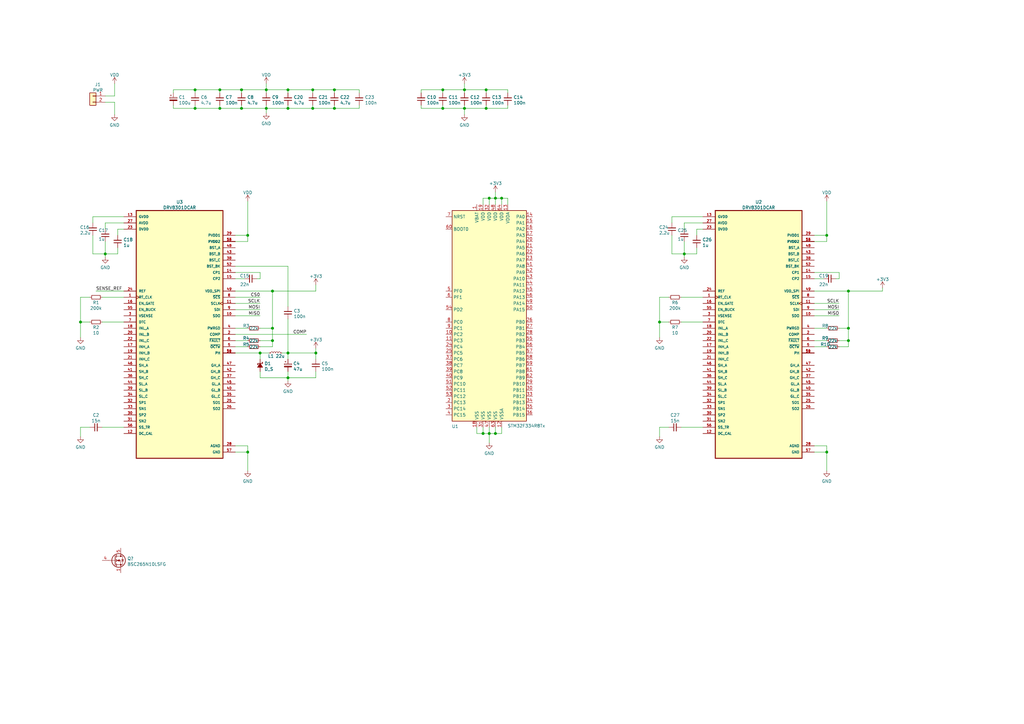
<source format=kicad_sch>
(kicad_sch (version 20210406) (generator eeschema)
  (paper "A3")
  (lib_symbols
    (symbol "Connector_Generic:Conn_01x02" (pin_names (offset 1.016) hide)
      (property "Reference" "J" (at 0 2.54 0))
      (property "Value" "Conn_01x02" (at 0 -5.08 0))
      (symbol "Conn_01x02_1_1"
        (rectangle (start -1.27 -2.413) (end 0 -2.667) (stroke (width 0.1524)))
        (rectangle (start -1.27 0.127) (end 0 -0.127) (stroke (width 0.1524)))
        (rectangle (start -1.27 1.27) (end 1.27 -3.81) (stroke (width 0.254)) (fill (type background)))
        (pin passive line (at -5.08 0 0) (length 3.81) (name "Pin_1") (number "1"))
        (pin passive line (at -5.08 -2.54 0) (length 3.81) (name "Pin_2") (number "2"))
      )
    )
    (symbol "DRV8301DCAR:DRV8301DCAR_1" (pin_names (offset 1.016))
      (property "Reference" "U3" (at 0 54.3094 0))
      (property "Value" "DRV8301DCAR" (at 0 52.0107 0))
      (symbol "DRV8301DCAR_1_0_0"
        (rectangle (start -17.78 -50.8) (end 17.78 50.8) (stroke (width 0.4064)) (fill (type background)))
        (pin input clock (at -22.86 15.24 0) (length 5.08) (name "RT_CLK") (number "1"))
        (pin output line (at 22.86 7.62 180) (length 5.08) (name "SDO") (number "10"))
        (pin input clock (at 22.86 12.7 180) (length 5.08) (name "SCLK") (number "11"))
        (pin input line (at -22.86 -40.64 0) (length 5.08) (name "DC_CAL") (number "12"))
        (pin power_in line (at -22.86 48.26 0) (length 5.08) (name "GVDD") (number "13"))
        (pin power_in line (at 22.86 25.4 180) (length 5.08) (name "CP1") (number "14"))
        (pin power_in line (at 22.86 22.86 180) (length 5.08) (name "CP2") (number "15"))
        (pin input line (at -22.86 12.7 0) (length 5.08) (name "EN_GATE") (number "16"))
        (pin input line (at -22.86 -5.08 0) (length 5.08) (name "INH_A") (number "17"))
        (pin input line (at -22.86 2.54 0) (length 5.08) (name "INL_A") (number "18"))
        (pin input line (at -22.86 -7.62 0) (length 5.08) (name "INH_B") (number "19"))
        (pin output line (at 22.86 0 180) (length 5.08) (name "COMP") (number "2"))
        (pin input line (at -22.86 0 0) (length 5.08) (name "INL_B") (number "20"))
        (pin input line (at -22.86 -10.16 0) (length 5.08) (name "INH_C") (number "21"))
        (pin input line (at -22.86 -2.54 0) (length 5.08) (name "INL_C") (number "22"))
        (pin power_in line (at -22.86 43.18 0) (length 5.08) (name "DVDD") (number "23"))
        (pin input line (at -22.86 17.78 0) (length 5.08) (name "REF") (number "24"))
        (pin output line (at 22.86 -27.94 180) (length 5.08) (name "SO1") (number "25"))
        (pin output line (at 22.86 -30.48 180) (length 5.08) (name "SO2") (number "26"))
        (pin power_in line (at -22.86 45.72 0) (length 5.08) (name "AVDD") (number "27"))
        (pin power_in line (at 22.86 -45.72 180) (length 5.08) (name "AGND") (number "28"))
        (pin power_in line (at 22.86 40.64 180) (length 5.08) (name "PVDD1") (number "29"))
        (pin input line (at -22.86 7.62 0) (length 5.08) (name "VSENSE") (number "3"))
        (pin input line (at -22.86 -33.02 0) (length 5.08) (name "SP2") (number "30"))
        (pin input line (at -22.86 -35.56 0) (length 5.08) (name "SN2") (number "31"))
        (pin input line (at -22.86 -27.94 0) (length 5.08) (name "SP1") (number "32"))
        (pin input line (at -22.86 -30.48 0) (length 5.08) (name "SN1") (number "33"))
        (pin input line (at -22.86 -25.4 0) (length 5.08) (name "SL_C") (number "34"))
        (pin output line (at 22.86 -25.4 180) (length 5.08) (name "GL_C") (number "35"))
        (pin input line (at -22.86 -17.78 0) (length 5.08) (name "SH_C") (number "36"))
        (pin output line (at 22.86 -17.78 180) (length 5.08) (name "GH_C") (number "37"))
        (pin power_in line (at 22.86 30.48 180) (length 5.08) (name "BST_C") (number "38"))
        (pin input line (at -22.86 -22.86 0) (length 5.08) (name "SL_B") (number "39"))
        (pin output line (at 22.86 2.54 180) (length 5.08) (name "PWRGD") (number "4"))
        (pin output line (at 22.86 -22.86 180) (length 5.08) (name "GL_B") (number "40"))
        (pin input line (at -22.86 -15.24 0) (length 5.08) (name "SH_B") (number "41"))
        (pin output line (at 22.86 -15.24 180) (length 5.08) (name "GH_B") (number "42"))
        (pin power_in line (at 22.86 33.02 180) (length 5.08) (name "BST_B") (number "43"))
        (pin input line (at -22.86 -20.32 0) (length 5.08) (name "SL_A") (number "44"))
        (pin output line (at 22.86 -20.32 180) (length 5.08) (name "GL_A") (number "45"))
        (pin input line (at -22.86 -12.7 0) (length 5.08) (name "SH_A") (number "46"))
        (pin output line (at 22.86 -12.7 180) (length 5.08) (name "GH_A") (number "47"))
        (pin power_in line (at 22.86 35.56 180) (length 5.08) (name "BST_A") (number "48"))
        (pin input line (at 22.86 17.78 180) (length 5.08) (name "VDD_SPI") (number "49"))
        (pin output line (at 22.86 -5.08 180) (length 5.08) (name "~OCTW") (number "5"))
        (pin output line (at 22.86 -7.62 180) (length 5.08) (name "PH") (number "50"))
        (pin output line (at 22.86 -7.62 180) (length 5.08) (name "PH") (number "51"))
        (pin power_in line (at 22.86 27.94 180) (length 5.08) (name "BST_BK") (number "52"))
        (pin power_in line (at 22.86 38.1 180) (length 5.08) (name "PVDD2") (number "53"))
        (pin power_in line (at 22.86 38.1 180) (length 5.08) (name "PVDD2") (number "54"))
        (pin input line (at -22.86 10.16 0) (length 5.08) (name "EN_BUCK") (number "55"))
        (pin input line (at -22.86 -38.1 0) (length 5.08) (name "SS_TR") (number "56"))
        (pin power_in line (at 22.86 -48.26 180) (length 5.08) (name "GND") (number "57"))
        (pin output line (at 22.86 -2.54 180) (length 5.08) (name "~FAULT") (number "6"))
        (pin input line (at -22.86 5.08 0) (length 5.08) (name "DTC") (number "7"))
        (pin input line (at 22.86 15.24 180) (length 5.08) (name "~SCS") (number "8"))
        (pin input line (at 22.86 10.16 180) (length 5.08) (name "SDI") (number "9"))
      )
    )
    (symbol "Device:C_Polarized_Small" (pin_numbers hide) (pin_names (offset 0.254) hide)
      (property "Reference" "C" (at 0.254 1.778 0))
      (property "Value" "C_Polarized_Small" (at 0.254 -2.032 0))
      (symbol "C_Polarized_Small_0_1"
        (rectangle (start -1.524 0.6858) (end 1.524 0.3048))
        (rectangle (start -1.524 -0.3048) (end 1.524 -0.6858) (fill (type outline)))
        (polyline (pts (xy -1.27 1.524) (xy -0.762 1.524)))
        (polyline (pts (xy -1.016 1.27) (xy -1.016 1.778)))
      )
      (symbol "C_Polarized_Small_1_1"
        (pin passive line (at 0 2.54 270) (length 1.8542) (name "~") (number "1"))
        (pin passive line (at 0 -2.54 90) (length 1.8542) (name "~") (number "2"))
      )
    )
    (symbol "Device:C_Small" (pin_numbers hide) (pin_names (offset 0.254) hide)
      (property "Reference" "C" (at 0.254 1.778 0))
      (property "Value" "C_Small" (at 0.254 -2.032 0))
      (symbol "C_Small_0_1"
        (polyline (pts (xy -1.524 -0.508) (xy 1.524 -0.508)) (stroke (width 0.3302)))
        (polyline (pts (xy -1.524 0.508) (xy 1.524 0.508)) (stroke (width 0.3048)))
      )
      (symbol "C_Small_1_1"
        (pin passive line (at 0 2.54 270) (length 2.032) (name "~") (number "1"))
        (pin passive line (at 0 -2.54 90) (length 2.032) (name "~") (number "2"))
      )
    )
    (symbol "Device:D_Schottky_Small_Filled" (pin_numbers hide) (pin_names (offset 0.254) hide)
      (property "Reference" "D" (at -1.27 2.032 0))
      (property "Value" "D_Schottky_Small_Filled" (at -7.112 -2.032 0))
      (symbol "D_Schottky_Small_Filled_0_1"
        (polyline (pts (xy -0.762 0) (xy 0.762 0)))
        (polyline (pts (xy -1.27 0.762) (xy -1.27 1.016) (xy -0.762 1.016) (xy -0.762 -1.016) (xy -0.254 -1.016) (xy -0.254 -0.762)) (stroke (width 0.254)))
        (polyline (pts (xy 0.762 -1.016) (xy -0.762 0) (xy 0.762 1.016) (xy 0.762 -1.016)) (stroke (width 0.254)) (fill (type outline)))
      )
      (symbol "D_Schottky_Small_Filled_1_1"
        (pin passive line (at -2.54 0 0) (length 1.778) (name "K") (number "1"))
        (pin passive line (at 2.54 0 180) (length 1.778) (name "A") (number "2"))
      )
    )
    (symbol "Device:L_Small" (pin_numbers hide) (pin_names (offset 0.254) hide)
      (property "Reference" "L" (at 0.762 1.016 0))
      (property "Value" "L_Small" (at 0.762 -1.016 0))
      (symbol "L_Small_0_1"
        (arc (start 0 -2.032) (end 0 -1.016) (radius (at 0 -1.524) (length 0.508) (angles -89.9 89.9)))
        (arc (start 0 -1.016) (end 0 0) (radius (at 0 -0.508) (length 0.508) (angles -89.9 89.9)))
        (arc (start 0 0) (end 0 1.016) (radius (at 0 0.508) (length 0.508) (angles -89.9 89.9)))
        (arc (start 0 1.016) (end 0 2.032) (radius (at 0 1.524) (length 0.508) (angles -89.9 89.9)))
      )
      (symbol "L_Small_1_1"
        (pin passive line (at 0 2.54 270) (length 0.508) (name "~") (number "1"))
        (pin passive line (at 0 -2.54 90) (length 0.508) (name "~") (number "2"))
      )
    )
    (symbol "Device:R_Small" (pin_numbers hide) (pin_names (offset 0.254) hide)
      (property "Reference" "R" (at 0.762 0.508 0))
      (property "Value" "R_Small" (at 0.762 -1.016 0))
      (symbol "R_Small_0_1"
        (rectangle (start -0.762 1.778) (end 0.762 -1.778) (stroke (width 0.2032)))
      )
      (symbol "R_Small_1_1"
        (pin passive line (at 0 2.54 270) (length 0.762) (name "~") (number "1"))
        (pin passive line (at 0 -2.54 90) (length 0.762) (name "~") (number "2"))
      )
    )
    (symbol "MCU_ST_STM32F3:STM32F334R8Tx"
      (property "Reference" "U" (at -15.24 44.45 0))
      (property "Value" "STM32F334R8Tx" (at 10.16 44.45 0))
      (symbol "STM32F334R8Tx_0_1"
        (rectangle (start -15.24 -43.18) (end 15.24 43.18) (stroke (width 0.254)) (fill (type background)))
      )
      (symbol "STM32F334R8Tx_1_1"
        (pin power_in line (at -5.08 45.72 270) (length 2.54) (name "VBAT") (number "1"))
        (pin bidirectional line (at -17.78 -7.62 0) (length 2.54) (name "PC2") (number "10"))
        (pin bidirectional line (at -17.78 -10.16 0) (length 2.54) (name "PC3") (number "11"))
        (pin power_in line (at 5.08 -45.72 90) (length 2.54) (name "VSSA") (number "12"))
        (pin power_in line (at 7.62 45.72 270) (length 2.54) (name "VDDA") (number "13"))
        (pin bidirectional line (at 17.78 40.64 180) (length 2.54) (name "PA0") (number "14"))
        (pin bidirectional line (at 17.78 38.1 180) (length 2.54) (name "PA1") (number "15"))
        (pin bidirectional line (at 17.78 35.56 180) (length 2.54) (name "PA2") (number "16"))
        (pin bidirectional line (at 17.78 33.02 180) (length 2.54) (name "PA3") (number "17"))
        (pin power_in line (at -5.08 -45.72 90) (length 2.54) (name "VSS") (number "18"))
        (pin power_in line (at -2.54 45.72 270) (length 2.54) (name "VDD") (number "19"))
        (pin bidirectional line (at -17.78 -35.56 0) (length 2.54) (name "PC13") (number "2"))
        (pin bidirectional line (at 17.78 30.48 180) (length 2.54) (name "PA4") (number "20"))
        (pin bidirectional line (at 17.78 27.94 180) (length 2.54) (name "PA5") (number "21"))
        (pin bidirectional line (at 17.78 25.4 180) (length 2.54) (name "PA6") (number "22"))
        (pin bidirectional line (at 17.78 22.86 180) (length 2.54) (name "PA7") (number "23"))
        (pin bidirectional line (at -17.78 -12.7 0) (length 2.54) (name "PC4") (number "24"))
        (pin bidirectional line (at -17.78 -15.24 0) (length 2.54) (name "PC5") (number "25"))
        (pin bidirectional line (at 17.78 -2.54 180) (length 2.54) (name "PB0") (number "26"))
        (pin bidirectional line (at 17.78 -5.08 180) (length 2.54) (name "PB1") (number "27"))
        (pin bidirectional line (at 17.78 -7.62 180) (length 2.54) (name "PB2") (number "28"))
        (pin bidirectional line (at 17.78 -27.94 180) (length 2.54) (name "PB10") (number "29"))
        (pin bidirectional line (at -17.78 -38.1 0) (length 2.54) (name "PC14") (number "3"))
        (pin bidirectional line (at 17.78 -30.48 180) (length 2.54) (name "PB11") (number "30"))
        (pin power_in line (at -2.54 -45.72 90) (length 2.54) (name "VSS") (number "31"))
        (pin power_in line (at 0 45.72 270) (length 2.54) (name "VDD") (number "32"))
        (pin bidirectional line (at 17.78 -33.02 180) (length 2.54) (name "PB12") (number "33"))
        (pin bidirectional line (at 17.78 -35.56 180) (length 2.54) (name "PB13") (number "34"))
        (pin bidirectional line (at 17.78 -38.1 180) (length 2.54) (name "PB14") (number "35"))
        (pin bidirectional line (at 17.78 -40.64 180) (length 2.54) (name "PB15") (number "36"))
        (pin bidirectional line (at -17.78 -17.78 0) (length 2.54) (name "PC6") (number "37"))
        (pin bidirectional line (at -17.78 -20.32 0) (length 2.54) (name "PC7") (number "38"))
        (pin bidirectional line (at -17.78 -22.86 0) (length 2.54) (name "PC8") (number "39"))
        (pin bidirectional line (at -17.78 -40.64 0) (length 2.54) (name "PC15") (number "4"))
        (pin bidirectional line (at -17.78 -25.4 0) (length 2.54) (name "PC9") (number "40"))
        (pin bidirectional line (at 17.78 20.32 180) (length 2.54) (name "PA8") (number "41"))
        (pin bidirectional line (at 17.78 17.78 180) (length 2.54) (name "PA9") (number "42"))
        (pin bidirectional line (at 17.78 15.24 180) (length 2.54) (name "PA10") (number "43"))
        (pin bidirectional line (at 17.78 12.7 180) (length 2.54) (name "PA11") (number "44"))
        (pin bidirectional line (at 17.78 10.16 180) (length 2.54) (name "PA12") (number "45"))
        (pin bidirectional line (at 17.78 7.62 180) (length 2.54) (name "PA13") (number "46"))
        (pin power_in line (at 0 -45.72 90) (length 2.54) (name "VSS") (number "47"))
        (pin power_in line (at 2.54 45.72 270) (length 2.54) (name "VDD") (number "48"))
        (pin bidirectional line (at 17.78 5.08 180) (length 2.54) (name "PA14") (number "49"))
        (pin input line (at -17.78 10.16 0) (length 2.54) (name "PF0") (number "5"))
        (pin bidirectional line (at 17.78 2.54 180) (length 2.54) (name "PA15") (number "50"))
        (pin bidirectional line (at -17.78 -27.94 0) (length 2.54) (name "PC10") (number "51"))
        (pin bidirectional line (at -17.78 -30.48 0) (length 2.54) (name "PC11") (number "52"))
        (pin bidirectional line (at -17.78 -33.02 0) (length 2.54) (name "PC12") (number "53"))
        (pin bidirectional line (at -17.78 2.54 0) (length 2.54) (name "PD2") (number "54"))
        (pin bidirectional line (at 17.78 -10.16 180) (length 2.54) (name "PB3") (number "55"))
        (pin bidirectional line (at 17.78 -12.7 180) (length 2.54) (name "PB4") (number "56"))
        (pin bidirectional line (at 17.78 -15.24 180) (length 2.54) (name "PB5") (number "57"))
        (pin bidirectional line (at 17.78 -17.78 180) (length 2.54) (name "PB6") (number "58"))
        (pin bidirectional line (at 17.78 -20.32 180) (length 2.54) (name "PB7") (number "59"))
        (pin input line (at -17.78 7.62 0) (length 2.54) (name "PF1") (number "6"))
        (pin input line (at -17.78 35.56 0) (length 2.54) (name "BOOT0") (number "60"))
        (pin bidirectional line (at 17.78 -22.86 180) (length 2.54) (name "PB8") (number "61"))
        (pin bidirectional line (at 17.78 -25.4 180) (length 2.54) (name "PB9") (number "62"))
        (pin power_in line (at 2.54 -45.72 90) (length 2.54) (name "VSS") (number "63"))
        (pin power_in line (at 5.08 45.72 270) (length 2.54) (name "VDD") (number "64"))
        (pin input line (at -17.78 40.64 0) (length 2.54) (name "NRST") (number "7"))
        (pin bidirectional line (at -17.78 -2.54 0) (length 2.54) (name "PC0") (number "8"))
        (pin bidirectional line (at -17.78 -5.08 0) (length 2.54) (name "PC1") (number "9"))
      )
    )
    (symbol "Transistor_FET:BSC265N10LSFG" (pin_names hide)
      (property "Reference" "Q" (at 5.08 1.905 0))
      (property "Value" "BSC265N10LSFG" (at 5.08 0 0))
      (symbol "BSC265N10LSFG_0_1"
        (circle (center 1.651 0) (radius 2.794) (stroke (width 0.254)))
        (circle (center 2.54 -1.778) (radius 0.254) (fill (type outline)))
        (circle (center 2.54 1.778) (radius 0.254) (fill (type outline)))
        (polyline (pts (xy 0.254 0) (xy -2.54 0)))
        (polyline (pts (xy 0.254 1.905) (xy 0.254 -1.905)) (stroke (width 0.254)))
        (polyline (pts (xy 0.762 -1.27) (xy 0.762 -2.286)) (stroke (width 0.254)))
        (polyline (pts (xy 0.762 0.508) (xy 0.762 -0.508)) (stroke (width 0.254)))
        (polyline (pts (xy 0.762 2.286) (xy 0.762 1.27)) (stroke (width 0.254)))
        (polyline (pts (xy 2.54 2.54) (xy 2.54 1.778)))
        (polyline (pts (xy 2.54 -2.54) (xy 2.54 0) (xy 0.762 0)))
        (polyline (pts (xy 0.762 -1.778) (xy 3.302 -1.778) (xy 3.302 1.778) (xy 0.762 1.778)))
        (polyline (pts (xy 2.794 0.508) (xy 2.921 0.381) (xy 3.683 0.381) (xy 3.81 0.254)))
        (polyline (pts (xy 3.302 0.381) (xy 2.921 -0.254) (xy 3.683 -0.254) (xy 3.302 0.381)))
        (polyline (pts (xy 1.016 0) (xy 2.032 0.381) (xy 2.032 -0.381) (xy 1.016 0)) (fill (type outline)))
      )
      (symbol "BSC265N10LSFG_1_1"
        (pin passive line (at 2.54 -5.08 90) (length 2.54) (name "S") (number "1"))
        (pin passive line (at 2.54 -5.08 90) (length 2.54) hide (name "S") (number "2"))
        (pin passive line (at 2.54 -5.08 90) (length 2.54) hide (name "S") (number "3"))
        (pin passive line (at -5.08 0 0) (length 2.54) (name "G") (number "4"))
        (pin passive line (at 2.54 5.08 270) (length 2.54) (name "D") (number "5"))
      )
    )
    (symbol "power:+3.3V" (power) (pin_names (offset 0))
      (property "Value" "+3.3V" (at 0 3.556 0))
      (symbol "+3.3V_0_1"
        (polyline (pts (xy -0.762 1.27) (xy 0 2.54)))
        (polyline (pts (xy 0 0) (xy 0 2.54)))
        (polyline (pts (xy 0 2.54) (xy 0.762 1.27)))
      )
      (symbol "+3.3V_1_1"
        (pin power_in line (at 0 0 90) (length 0) hide (name "+3V3") (number "1"))
      )
    )
    (symbol "power:GND" (power) (pin_names (offset 0))
      (property "Value" "GND" (at 0 -3.81 0))
      (symbol "GND_0_1"
        (polyline (pts (xy 0 0) (xy 0 -1.27) (xy 1.27 -1.27) (xy 0 -2.54) (xy -1.27 -1.27) (xy 0 -1.27)))
      )
      (symbol "GND_1_1"
        (pin power_in line (at 0 0 270) (length 0) hide (name "GND") (number "1"))
      )
    )
    (symbol "power:VDD" (power) (pin_names (offset 0))
      (property "Value" "VDD" (at 0 3.81 0))
      (symbol "VDD_0_1"
        (polyline (pts (xy -0.762 1.27) (xy 0 2.54)))
        (polyline (pts (xy 0 0) (xy 0 2.54)))
        (polyline (pts (xy 0 2.54) (xy 0.762 1.27)))
      )
      (symbol "VDD_1_1"
        (pin power_in line (at 0 0 90) (length 0) hide (name "VDD") (number "1"))
      )
    )
  )
  (junction (at 33.02 132.08) (diameter 1.016))
  (junction (at 43.18 104.14) (diameter 1.016))
  (junction (at 80.01 36.83) (diameter 1.016))
  (junction (at 80.01 44.45) (diameter 1.016))
  (junction (at 90.17 36.83) (diameter 1.016))
  (junction (at 90.17 44.45) (diameter 1.016))
  (junction (at 99.06 36.83) (diameter 1.016))
  (junction (at 99.06 44.45) (diameter 1.016))
  (junction (at 101.6 96.52) (diameter 1.016))
  (junction (at 101.6 185.42) (diameter 1.016))
  (junction (at 106.68 144.78) (diameter 1.016))
  (junction (at 109.22 36.83) (diameter 1.016))
  (junction (at 109.22 44.45) (diameter 1.016))
  (junction (at 111.76 119.38) (diameter 1.016))
  (junction (at 111.76 134.62) (diameter 1.016))
  (junction (at 111.76 139.7) (diameter 1.016))
  (junction (at 118.11 36.83) (diameter 1.016))
  (junction (at 118.11 44.45) (diameter 1.016))
  (junction (at 118.11 144.78) (diameter 1.016))
  (junction (at 118.11 154.94) (diameter 1.016))
  (junction (at 128.27 36.83) (diameter 1.016))
  (junction (at 128.27 44.45) (diameter 1.016))
  (junction (at 129.54 144.78) (diameter 1.016))
  (junction (at 137.16 36.83) (diameter 1.016))
  (junction (at 137.16 44.45) (diameter 1.016))
  (junction (at 181.61 36.83) (diameter 1.016))
  (junction (at 181.61 44.45) (diameter 1.016))
  (junction (at 190.5 36.83) (diameter 1.016))
  (junction (at 190.5 44.45) (diameter 1.016))
  (junction (at 198.12 177.8) (diameter 1.016))
  (junction (at 199.39 36.83) (diameter 1.016))
  (junction (at 199.39 44.45) (diameter 1.016))
  (junction (at 200.66 81.28) (diameter 1.016))
  (junction (at 200.66 177.8) (diameter 1.016))
  (junction (at 203.2 81.28) (diameter 1.016))
  (junction (at 203.2 177.8) (diameter 1.016))
  (junction (at 205.74 81.28) (diameter 1.016))
  (junction (at 270.51 132.08) (diameter 1.016))
  (junction (at 280.67 104.14) (diameter 1.016))
  (junction (at 339.09 96.52) (diameter 1.016))
  (junction (at 339.09 185.42) (diameter 1.016))
  (junction (at 347.98 119.38) (diameter 1.016))
  (junction (at 347.98 134.62) (diameter 1.016))
  (junction (at 347.98 139.7) (diameter 1.016))
  (wire (pts (xy 33.02 121.92) (xy 33.02 132.08)))
  (wire (pts (xy 33.02 132.08) (xy 33.02 138.43)))
  (wire (pts (xy 33.02 132.08) (xy 36.83 132.08)))
  (wire (pts (xy 33.02 175.26) (xy 33.02 179.07)))
  (wire (pts (xy 36.83 121.92) (xy 33.02 121.92)))
  (wire (pts (xy 36.83 175.26) (xy 33.02 175.26)))
  (wire (pts (xy 38.1 88.9) (xy 50.8 88.9)))
  (wire (pts (xy 38.1 91.44) (xy 38.1 88.9)))
  (wire (pts (xy 38.1 96.52) (xy 38.1 104.14)))
  (wire (pts (xy 38.1 104.14) (xy 43.18 104.14)))
  (wire (pts (xy 39.37 119.38) (xy 50.8 119.38)))
  (wire (pts (xy 41.91 121.92) (xy 50.8 121.92)))
  (wire (pts (xy 41.91 132.08) (xy 50.8 132.08)))
  (wire (pts (xy 41.91 175.26) (xy 50.8 175.26)))
  (wire (pts (xy 43.18 39.37) (xy 46.99 39.37)))
  (wire (pts (xy 43.18 41.91) (xy 46.99 41.91)))
  (wire (pts (xy 43.18 91.44) (xy 50.8 91.44)))
  (wire (pts (xy 43.18 93.98) (xy 43.18 91.44)))
  (wire (pts (xy 43.18 99.06) (xy 43.18 104.14)))
  (wire (pts (xy 43.18 104.14) (xy 43.18 105.41)))
  (wire (pts (xy 46.99 34.29) (xy 46.99 39.37)))
  (wire (pts (xy 46.99 41.91) (xy 46.99 46.99)))
  (wire (pts (xy 48.26 93.98) (xy 50.8 93.98)))
  (wire (pts (xy 48.26 96.52) (xy 48.26 93.98)))
  (wire (pts (xy 48.26 101.6) (xy 48.26 104.14)))
  (wire (pts (xy 48.26 104.14) (xy 43.18 104.14)))
  (wire (pts (xy 71.12 36.83) (xy 80.01 36.83)))
  (wire (pts (xy 71.12 38.1) (xy 71.12 36.83)))
  (wire (pts (xy 71.12 43.18) (xy 71.12 44.45)))
  (wire (pts (xy 71.12 44.45) (xy 80.01 44.45)))
  (wire (pts (xy 80.01 36.83) (xy 80.01 38.1)))
  (wire (pts (xy 80.01 36.83) (xy 90.17 36.83)))
  (wire (pts (xy 80.01 43.18) (xy 80.01 44.45)))
  (wire (pts (xy 80.01 44.45) (xy 90.17 44.45)))
  (wire (pts (xy 90.17 36.83) (xy 90.17 38.1)))
  (wire (pts (xy 90.17 36.83) (xy 99.06 36.83)))
  (wire (pts (xy 90.17 43.18) (xy 90.17 44.45)))
  (wire (pts (xy 90.17 44.45) (xy 99.06 44.45)))
  (wire (pts (xy 96.52 96.52) (xy 101.6 96.52)))
  (wire (pts (xy 96.52 99.06) (xy 101.6 99.06)))
  (wire (pts (xy 96.52 111.76) (xy 106.68 111.76)))
  (wire (pts (xy 96.52 114.3) (xy 100.33 114.3)))
  (wire (pts (xy 96.52 119.38) (xy 111.76 119.38)))
  (wire (pts (xy 96.52 121.92) (xy 106.68 121.92)))
  (wire (pts (xy 96.52 124.46) (xy 106.68 124.46)))
  (wire (pts (xy 96.52 127) (xy 106.68 127)))
  (wire (pts (xy 96.52 129.54) (xy 106.68 129.54)))
  (wire (pts (xy 96.52 134.62) (xy 101.6 134.62)))
  (wire (pts (xy 96.52 137.16) (xy 125.73 137.16)))
  (wire (pts (xy 96.52 139.7) (xy 101.6 139.7)))
  (wire (pts (xy 96.52 142.24) (xy 101.6 142.24)))
  (wire (pts (xy 96.52 144.78) (xy 106.68 144.78)))
  (wire (pts (xy 96.52 182.88) (xy 101.6 182.88)))
  (wire (pts (xy 96.52 185.42) (xy 101.6 185.42)))
  (wire (pts (xy 99.06 36.83) (xy 99.06 38.1)))
  (wire (pts (xy 99.06 36.83) (xy 109.22 36.83)))
  (wire (pts (xy 99.06 43.18) (xy 99.06 44.45)))
  (wire (pts (xy 99.06 44.45) (xy 109.22 44.45)))
  (wire (pts (xy 101.6 96.52) (xy 101.6 82.55)))
  (wire (pts (xy 101.6 99.06) (xy 101.6 96.52)))
  (wire (pts (xy 101.6 182.88) (xy 101.6 185.42)))
  (wire (pts (xy 101.6 185.42) (xy 101.6 193.04)))
  (wire (pts (xy 106.68 111.76) (xy 106.68 114.3)))
  (wire (pts (xy 106.68 114.3) (xy 105.41 114.3)))
  (wire (pts (xy 106.68 139.7) (xy 111.76 139.7)))
  (wire (pts (xy 106.68 142.24) (xy 111.76 142.24)))
  (wire (pts (xy 106.68 144.78) (xy 106.68 147.32)))
  (wire (pts (xy 106.68 144.78) (xy 110.49 144.78)))
  (wire (pts (xy 106.68 152.4) (xy 106.68 154.94)))
  (wire (pts (xy 106.68 154.94) (xy 118.11 154.94)))
  (wire (pts (xy 109.22 34.29) (xy 109.22 36.83)))
  (wire (pts (xy 109.22 36.83) (xy 109.22 38.1)))
  (wire (pts (xy 109.22 36.83) (xy 118.11 36.83)))
  (wire (pts (xy 109.22 44.45) (xy 109.22 43.18)))
  (wire (pts (xy 109.22 44.45) (xy 109.22 46.355)))
  (wire (pts (xy 109.22 44.45) (xy 118.11 44.45)))
  (wire (pts (xy 111.76 119.38) (xy 111.76 134.62)))
  (wire (pts (xy 111.76 119.38) (xy 129.54 119.38)))
  (wire (pts (xy 111.76 134.62) (xy 106.68 134.62)))
  (wire (pts (xy 111.76 134.62) (xy 111.76 139.7)))
  (wire (pts (xy 111.76 142.24) (xy 111.76 139.7)))
  (wire (pts (xy 115.57 144.78) (xy 118.11 144.78)))
  (wire (pts (xy 118.11 36.83) (xy 118.11 38.1)))
  (wire (pts (xy 118.11 36.83) (xy 128.27 36.83)))
  (wire (pts (xy 118.11 43.18) (xy 118.11 44.45)))
  (wire (pts (xy 118.11 44.45) (xy 128.27 44.45)))
  (wire (pts (xy 118.11 109.22) (xy 96.52 109.22)))
  (wire (pts (xy 118.11 125.73) (xy 118.11 109.22)))
  (wire (pts (xy 118.11 130.81) (xy 118.11 144.78)))
  (wire (pts (xy 118.11 144.78) (xy 118.11 147.32)))
  (wire (pts (xy 118.11 144.78) (xy 129.54 144.78)))
  (wire (pts (xy 118.11 152.4) (xy 118.11 154.94)))
  (wire (pts (xy 118.11 154.94) (xy 118.11 156.21)))
  (wire (pts (xy 118.11 154.94) (xy 129.54 154.94)))
  (wire (pts (xy 128.27 36.83) (xy 128.27 38.1)))
  (wire (pts (xy 128.27 36.83) (xy 137.16 36.83)))
  (wire (pts (xy 128.27 43.18) (xy 128.27 44.45)))
  (wire (pts (xy 128.27 44.45) (xy 137.16 44.45)))
  (wire (pts (xy 129.54 119.38) (xy 129.54 116.84)))
  (wire (pts (xy 129.54 142.875) (xy 129.54 144.78)))
  (wire (pts (xy 129.54 144.78) (xy 129.54 147.32)))
  (wire (pts (xy 129.54 154.94) (xy 129.54 152.4)))
  (wire (pts (xy 137.16 36.83) (xy 137.16 38.1)))
  (wire (pts (xy 137.16 36.83) (xy 147.32 36.83)))
  (wire (pts (xy 137.16 43.18) (xy 137.16 44.45)))
  (wire (pts (xy 137.16 44.45) (xy 147.32 44.45)))
  (wire (pts (xy 147.32 38.1) (xy 147.32 36.83)))
  (wire (pts (xy 147.32 43.18) (xy 147.32 44.45)))
  (wire (pts (xy 172.72 36.83) (xy 181.61 36.83)))
  (wire (pts (xy 172.72 38.1) (xy 172.72 36.83)))
  (wire (pts (xy 172.72 43.18) (xy 172.72 44.45)))
  (wire (pts (xy 172.72 44.45) (xy 181.61 44.45)))
  (wire (pts (xy 181.61 36.83) (xy 181.61 38.1)))
  (wire (pts (xy 181.61 36.83) (xy 190.5 36.83)))
  (wire (pts (xy 181.61 43.18) (xy 181.61 44.45)))
  (wire (pts (xy 181.61 44.45) (xy 190.5 44.45)))
  (wire (pts (xy 190.5 34.29) (xy 190.5 36.83)))
  (wire (pts (xy 190.5 36.83) (xy 190.5 38.1)))
  (wire (pts (xy 190.5 36.83) (xy 199.39 36.83)))
  (wire (pts (xy 190.5 43.18) (xy 190.5 44.45)))
  (wire (pts (xy 190.5 44.45) (xy 190.5 46.99)))
  (wire (pts (xy 190.5 44.45) (xy 199.39 44.45)))
  (wire (pts (xy 195.58 175.26) (xy 195.58 177.8)))
  (wire (pts (xy 195.58 177.8) (xy 198.12 177.8)))
  (wire (pts (xy 198.12 81.28) (xy 200.66 81.28)))
  (wire (pts (xy 198.12 83.82) (xy 198.12 81.28)))
  (wire (pts (xy 198.12 175.26) (xy 198.12 177.8)))
  (wire (pts (xy 198.12 177.8) (xy 200.66 177.8)))
  (wire (pts (xy 199.39 36.83) (xy 199.39 38.1)))
  (wire (pts (xy 199.39 36.83) (xy 208.28 36.83)))
  (wire (pts (xy 199.39 43.18) (xy 199.39 44.45)))
  (wire (pts (xy 199.39 44.45) (xy 208.28 44.45)))
  (wire (pts (xy 200.66 81.28) (xy 203.2 81.28)))
  (wire (pts (xy 200.66 83.82) (xy 200.66 81.28)))
  (wire (pts (xy 200.66 175.26) (xy 200.66 177.8)))
  (wire (pts (xy 200.66 177.8) (xy 200.66 181.61)))
  (wire (pts (xy 203.2 78.74) (xy 203.2 81.28)))
  (wire (pts (xy 203.2 81.28) (xy 203.2 83.82)))
  (wire (pts (xy 203.2 175.26) (xy 203.2 177.8)))
  (wire (pts (xy 203.2 177.8) (xy 200.66 177.8)))
  (wire (pts (xy 205.74 81.28) (xy 203.2 81.28)))
  (wire (pts (xy 205.74 81.28) (xy 205.74 83.82)))
  (wire (pts (xy 205.74 175.26) (xy 205.74 177.8)))
  (wire (pts (xy 205.74 177.8) (xy 203.2 177.8)))
  (wire (pts (xy 208.28 36.83) (xy 208.28 38.1)))
  (wire (pts (xy 208.28 44.45) (xy 208.28 43.18)))
  (wire (pts (xy 208.28 81.28) (xy 205.74 81.28)))
  (wire (pts (xy 208.28 83.82) (xy 208.28 81.28)))
  (wire (pts (xy 270.51 121.92) (xy 270.51 132.08)))
  (wire (pts (xy 270.51 132.08) (xy 270.51 138.43)))
  (wire (pts (xy 270.51 132.08) (xy 274.32 132.08)))
  (wire (pts (xy 270.51 175.26) (xy 270.51 179.07)))
  (wire (pts (xy 274.32 121.92) (xy 270.51 121.92)))
  (wire (pts (xy 274.32 175.26) (xy 270.51 175.26)))
  (wire (pts (xy 275.59 88.9) (xy 288.29 88.9)))
  (wire (pts (xy 275.59 91.44) (xy 275.59 88.9)))
  (wire (pts (xy 275.59 96.52) (xy 275.59 104.14)))
  (wire (pts (xy 275.59 104.14) (xy 280.67 104.14)))
  (wire (pts (xy 279.4 121.92) (xy 288.29 121.92)))
  (wire (pts (xy 279.4 132.08) (xy 288.29 132.08)))
  (wire (pts (xy 279.4 175.26) (xy 288.29 175.26)))
  (wire (pts (xy 280.67 91.44) (xy 288.29 91.44)))
  (wire (pts (xy 280.67 93.98) (xy 280.67 91.44)))
  (wire (pts (xy 280.67 99.06) (xy 280.67 104.14)))
  (wire (pts (xy 280.67 104.14) (xy 280.67 105.41)))
  (wire (pts (xy 285.75 93.98) (xy 288.29 93.98)))
  (wire (pts (xy 285.75 96.52) (xy 285.75 93.98)))
  (wire (pts (xy 285.75 101.6) (xy 285.75 104.14)))
  (wire (pts (xy 285.75 104.14) (xy 280.67 104.14)))
  (wire (pts (xy 334.01 96.52) (xy 339.09 96.52)))
  (wire (pts (xy 334.01 99.06) (xy 339.09 99.06)))
  (wire (pts (xy 334.01 114.3) (xy 337.82 114.3)))
  (wire (pts (xy 334.01 119.38) (xy 347.98 119.38)))
  (wire (pts (xy 334.01 124.46) (xy 344.17 124.46)))
  (wire (pts (xy 334.01 127) (xy 344.17 127)))
  (wire (pts (xy 334.01 129.54) (xy 344.17 129.54)))
  (wire (pts (xy 334.01 134.62) (xy 339.09 134.62)))
  (wire (pts (xy 334.01 139.7) (xy 339.09 139.7)))
  (wire (pts (xy 334.01 142.24) (xy 339.09 142.24)))
  (wire (pts (xy 334.01 182.88) (xy 339.09 182.88)))
  (wire (pts (xy 334.01 185.42) (xy 339.09 185.42)))
  (wire (pts (xy 339.09 96.52) (xy 339.09 82.55)))
  (wire (pts (xy 339.09 99.06) (xy 339.09 96.52)))
  (wire (pts (xy 339.09 182.88) (xy 339.09 185.42)))
  (wire (pts (xy 339.09 185.42) (xy 339.09 193.04)))
  (wire (pts (xy 342.9 114.3) (xy 344.17 114.3)))
  (wire (pts (xy 344.17 111.76) (xy 334.01 111.76)))
  (wire (pts (xy 344.17 114.3) (xy 344.17 111.76)))
  (wire (pts (xy 344.17 134.62) (xy 347.98 134.62)))
  (wire (pts (xy 344.17 139.7) (xy 347.98 139.7)))
  (wire (pts (xy 344.17 142.24) (xy 347.98 142.24)))
  (wire (pts (xy 347.98 119.38) (xy 347.98 134.62)))
  (wire (pts (xy 347.98 119.38) (xy 361.95 119.38)))
  (wire (pts (xy 347.98 139.7) (xy 347.98 134.62)))
  (wire (pts (xy 347.98 142.24) (xy 347.98 139.7)))
  (wire (pts (xy 361.95 119.38) (xy 361.95 118.11)))
  (label "SENSE_REF" (at 39.37 119.38 0))
  (label "CS0" (at 106.68 121.92 180))
  (label "SCLK" (at 106.68 124.46 180))
  (label "MOSI" (at 106.68 127 180))
  (label "MISO" (at 106.68 129.54 180))
  (label "COMP" (at 125.73 137.16 180))
  (label "SCLK" (at 344.17 124.46 180))
  (label "MOSI" (at 344.17 127 180))
  (label "MISO" (at 344.17 129.54 180))
  (symbol (lib_id "power:VDD") (at 46.99 34.29 0) (unit 1)
    (property "Reference" "#PWR0102" (effects hide))
    (property "Value" "VDD" (at 46.99 30.7426 0))
  )
  (symbol (lib_id "power:VDD") (at 101.6 82.55 0) (unit 1)
    (property "Reference" "#PWR0104" (effects hide))
    (property "Value" "VDD" (at 101.6 79.0026 0))
  )
  (symbol (lib_id "power:VDD") (at 109.22 34.29 0) (unit 1)
    (property "Reference" "#PWR0109" (effects hide))
    (property "Value" "VDD" (at 109.22 30.7426 0))
  )
  (symbol (lib_id "power:+3.3V") (at 129.54 116.84 0) (unit 1)
    (property "Reference" "#PWR0114" (effects hide))
    (property "Value" "+3.3V" (at 129.54 113.2926 0))
  )
  (symbol (lib_id "power:+3.3V") (at 129.54 142.875 0) (unit 1)
    (property "Reference" "#PWR0110" (effects hide))
    (property "Value" "+3.3V" (at 129.54 139.3276 0))
  )
  (symbol (lib_id "power:+3.3V") (at 190.5 34.29 0) (unit 1)
    (property "Reference" "#PWR0113" (effects hide))
    (property "Value" "+3.3V" (at 190.5 30.7426 0))
  )
  (symbol (lib_id "power:+3.3V") (at 203.2 78.74 0) (unit 1)
    (property "Reference" "#PWR0111" (effects hide))
    (property "Value" "+3.3V" (at 203.2 75.1926 0))
  )
  (symbol (lib_id "power:VDD") (at 339.09 82.55 0) (unit 1)
    (property "Reference" "#PWR0118" (effects hide))
    (property "Value" "VDD" (at 339.09 79.0026 0))
  )
  (symbol (lib_id "power:+3.3V") (at 361.95 118.11 0) (unit 1)
    (property "Reference" "#PWR0122" (effects hide))
    (property "Value" "+3.3V" (at 361.95 114.5626 0))
  )
  (symbol (lib_id "Device:L_Small") (at 113.03 144.78 90) (unit 1)
    (property "Reference" "L1" (at 111.125 146.05 90))
    (property "Value" "22u" (at 114.935 146.05 90))
    (property "Footprint" "Inductor_SMD:L_Sumida_CDMC6D28_7.25x6.5mm" (effects hide))
  )
  (symbol (lib_id "power:GND") (at 33.02 138.43 0) (unit 1)
    (property "Reference" "#PWR0115" (effects hide))
    (property "Value" "GND" (at 33.02 142.7544 0))
  )
  (symbol (lib_id "power:GND") (at 33.02 179.07 0) (unit 1)
    (property "Reference" "#PWR0105" (effects hide))
    (property "Value" "GND" (at 33.02 183.3944 0))
  )
  (symbol (lib_id "power:GND") (at 43.18 105.41 0) (unit 1)
    (property "Reference" "#PWR0116" (effects hide))
    (property "Value" "GND" (at 43.18 109.7344 0))
  )
  (symbol (lib_id "power:GND") (at 46.99 46.99 0) (unit 1)
    (property "Reference" "#PWR0103" (effects hide))
    (property "Value" "GND" (at 46.99 51.3144 0))
  )
  (symbol (lib_id "power:GND") (at 101.6 193.04 0) (unit 1)
    (property "Reference" "#PWR0101" (effects hide))
    (property "Value" "GND" (at 101.6 197.3644 0))
  )
  (symbol (lib_id "power:GND") (at 109.22 46.355 0) (unit 1)
    (property "Reference" "#PWR0108" (effects hide))
    (property "Value" "GND" (at 109.22 50.6794 0))
  )
  (symbol (lib_id "power:GND") (at 118.11 156.21 0) (unit 1)
    (property "Reference" "#PWR0107" (effects hide))
    (property "Value" "GND" (at 118.11 160.5344 0))
  )
  (symbol (lib_id "power:GND") (at 190.5 46.99 0) (unit 1)
    (property "Reference" "#PWR0112" (effects hide))
    (property "Value" "GND" (at 190.5 51.3144 0))
  )
  (symbol (lib_id "power:GND") (at 200.66 181.61 0) (unit 1)
    (property "Reference" "#PWR0106" (effects hide))
    (property "Value" "GND" (at 200.66 185.9344 0))
  )
  (symbol (lib_id "power:GND") (at 270.51 138.43 0) (unit 1)
    (property "Reference" "#PWR0121" (effects hide))
    (property "Value" "GND" (at 270.51 142.7544 0))
  )
  (symbol (lib_id "power:GND") (at 270.51 179.07 0) (unit 1)
    (property "Reference" "#PWR0120" (effects hide))
    (property "Value" "GND" (at 270.51 183.3944 0))
  )
  (symbol (lib_id "power:GND") (at 280.67 105.41 0) (unit 1)
    (property "Reference" "#PWR0119" (effects hide))
    (property "Value" "GND" (at 280.67 109.7344 0))
  )
  (symbol (lib_id "power:GND") (at 339.09 193.04 0) (unit 1)
    (property "Reference" "#PWR0117" (effects hide))
    (property "Value" "GND" (at 339.09 197.3644 0))
  )
  (symbol (lib_id "Device:R_Small") (at 39.37 121.92 90) (unit 1)
    (property "Reference" "R1" (at 39.37 124.1002 90))
    (property "Value" "200k" (at 39.37 126.3989 90))
    (property "Footprint" "Resistor_SMD:R_0603_1608Metric_Pad0.98x0.95mm_HandSolder" (effects hide))
  )
  (symbol (lib_id "Device:R_Small") (at 39.37 132.08 90) (unit 1)
    (property "Reference" "R2" (at 39.37 134.2602 90))
    (property "Value" "10" (at 39.37 136.5589 90))
    (property "Footprint" "Resistor_SMD:R_0603_1608Metric_Pad0.98x0.95mm_HandSolder" (effects hide))
  )
  (symbol (lib_id "Device:R_Small") (at 104.14 134.62 90) (unit 1)
    (property "Reference" "R3" (at 100.965 133.6252 90))
    (property "Value" "22k" (at 104.14 134.6539 90))
    (property "Footprint" "Resistor_SMD:R_0603_1608Metric_Pad0.98x0.95mm_HandSolder" (effects hide))
  )
  (symbol (lib_id "Device:R_Small") (at 104.14 139.7 90) (unit 1)
    (property "Reference" "R4" (at 100.965 138.7052 90))
    (property "Value" "22k" (at 104.14 139.7339 90))
    (property "Footprint" "Resistor_SMD:R_0603_1608Metric_Pad0.98x0.95mm_HandSolder" (effects hide))
  )
  (symbol (lib_id "Device:R_Small") (at 104.14 142.24 90) (unit 1)
    (property "Reference" "R5" (at 100.965 141.2452 90))
    (property "Value" "22k" (at 104.14 142.2739 90))
    (property "Footprint" "Resistor_SMD:R_0603_1608Metric_Pad0.98x0.95mm_HandSolder" (effects hide))
  )
  (symbol (lib_id "Device:R_Small") (at 276.86 121.92 90) (unit 1)
    (property "Reference" "R6" (at 276.86 124.1002 90))
    (property "Value" "200k" (at 276.86 126.3989 90))
    (property "Footprint" "Resistor_SMD:R_0603_1608Metric_Pad0.98x0.95mm_HandSolder" (effects hide))
  )
  (symbol (lib_id "Device:R_Small") (at 276.86 132.08 90) (unit 1)
    (property "Reference" "R7" (at 276.86 134.2602 90))
    (property "Value" "10" (at 276.86 136.5589 90))
    (property "Footprint" "Resistor_SMD:R_0603_1608Metric_Pad0.98x0.95mm_HandSolder" (effects hide))
  )
  (symbol (lib_id "Device:R_Small") (at 341.63 134.62 90) (unit 1)
    (property "Reference" "R8" (at 338.455 133.6252 90))
    (property "Value" "22k" (at 341.63 134.6539 90))
    (property "Footprint" "Resistor_SMD:R_0603_1608Metric_Pad0.98x0.95mm_HandSolder" (effects hide))
  )
  (symbol (lib_id "Device:R_Small") (at 341.63 139.7 90) (unit 1)
    (property "Reference" "R9" (at 338.455 138.7052 90))
    (property "Value" "22k" (at 341.63 139.7339 90))
    (property "Footprint" "Resistor_SMD:R_0603_1608Metric_Pad0.98x0.95mm_HandSolder" (effects hide))
  )
  (symbol (lib_id "Device:R_Small") (at 341.63 142.24 90) (unit 1)
    (property "Reference" "R10" (at 338.455 141.2452 90))
    (property "Value" "22k" (at 341.63 142.2739 90))
    (property "Footprint" "Resistor_SMD:R_0603_1608Metric_Pad0.98x0.95mm_HandSolder" (effects hide))
  )
  (symbol (lib_id "Device:D_Schottky_Small_Filled") (at 106.68 149.86 270) (unit 1)
    (property "Reference" "D1" (at 108.4581 149.0991 90) (effects (justify left)))
    (property "Value" "D_S" (at 108.4581 151.3978 90) (effects (justify left)))
    (property "Footprint" "Diode_SMD:D_SOD-323_HandSoldering" (effects hide))
  )
  (symbol (lib_id "Device:C_Polarized_Small") (at 71.12 40.64 0) (unit 1)
    (property "Reference" "C1" (at 73.2791 39.8791 0) (effects (justify left)))
    (property "Value" "100u" (at 73.2791 42.1778 0) (effects (justify left)))
    (property "Footprint" "Capacitor_Tantalum_SMD:CP_EIA-7343-30_AVX-N_Pad2.25x2.55mm_HandSolder" (effects hide))
  )
  (symbol (lib_id "Device:C_Polarized_Small") (at 118.11 149.86 0) (unit 1)
    (property "Reference" "C4" (at 120.2691 149.0991 0) (effects (justify left)))
    (property "Value" "47u" (at 120.2691 151.3978 0) (effects (justify left)))
    (property "Footprint" "Capacitor_Tantalum_SMD:CP_EIA-7343-30_AVX-N_Pad2.25x2.55mm_HandSolder" (effects hide))
  )
  (symbol (lib_id "Device:C_Small") (at 38.1 93.98 180) (unit 1)
    (property "Reference" "C16" (at 32.8042 93.2191 0) (effects (justify right)))
    (property "Value" "2.2u" (at 32.8042 95.5178 0) (effects (justify right)))
    (property "Footprint" "Capacitor_SMD:C_0603_1608Metric_Pad1.08x0.95mm_HandSolder" (effects hide))
  )
  (symbol (lib_id "Device:C_Small") (at 39.37 175.26 90) (unit 1)
    (property "Reference" "C2" (at 39.37 170.2647 90))
    (property "Value" "15n" (at 39.37 172.5634 90))
    (property "Footprint" "Capacitor_SMD:C_0603_1608Metric_Pad1.08x0.95mm_HandSolder" (effects hide))
  )
  (symbol (lib_id "Device:C_Small") (at 43.18 96.52 180) (unit 1)
    (property "Reference" "C17" (at 40.4242 94.4891 0) (effects (justify right)))
    (property "Value" "1u" (at 40.4242 98.0578 0) (effects (justify right)))
    (property "Footprint" "Capacitor_SMD:C_0603_1608Metric_Pad1.08x0.95mm_HandSolder" (effects hide))
  )
  (symbol (lib_id "Device:C_Small") (at 48.26 99.06 180) (unit 1)
    (property "Reference" "C18" (at 50.5842 98.2991 0) (effects (justify right)))
    (property "Value" "1u" (at 50.5842 100.5978 0) (effects (justify right)))
    (property "Footprint" "Capacitor_SMD:C_0603_1608Metric_Pad1.08x0.95mm_HandSolder" (effects hide))
  )
  (symbol (lib_id "Device:C_Small") (at 80.01 40.64 180) (unit 1)
    (property "Reference" "C6" (at 82.3342 39.8791 0) (effects (justify right)))
    (property "Value" "4.7u" (at 82.3342 42.1778 0) (effects (justify right)))
    (property "Footprint" "Capacitor_SMD:C_0603_1608Metric_Pad1.08x0.95mm_HandSolder" (effects hide))
  )
  (symbol (lib_id "Device:C_Small") (at 90.17 40.64 180) (unit 1)
    (property "Reference" "C7" (at 92.4942 39.8791 0) (effects (justify right)))
    (property "Value" "100n" (at 92.4942 42.1778 0) (effects (justify right)))
    (property "Footprint" "Capacitor_SMD:C_0603_1608Metric_Pad1.08x0.95mm_HandSolder" (effects hide))
  )
  (symbol (lib_id "Device:C_Small") (at 99.06 40.64 180) (unit 1)
    (property "Reference" "C8" (at 101.3842 39.8791 0) (effects (justify right)))
    (property "Value" "4.7u" (at 101.3842 42.1778 0) (effects (justify right)))
    (property "Footprint" "Capacitor_SMD:C_0603_1608Metric_Pad1.08x0.95mm_HandSolder" (effects hide))
  )
  (symbol (lib_id "Device:C_Small") (at 102.87 114.3 270) (unit 1)
    (property "Reference" "C15" (at 100.33 113.1147 90))
    (property "Value" "22n" (at 100.33 116.6834 90))
    (property "Footprint" "Capacitor_SMD:C_0603_1608Metric_Pad1.08x0.95mm_HandSolder" (effects hide))
  )
  (symbol (lib_id "Device:C_Small") (at 109.22 40.64 180) (unit 1)
    (property "Reference" "C9" (at 111.5442 39.8791 0) (effects (justify right)))
    (property "Value" "100n" (at 111.5442 42.1778 0) (effects (justify right)))
    (property "Footprint" "Capacitor_SMD:C_0603_1608Metric_Pad1.08x0.95mm_HandSolder" (effects hide))
  )
  (symbol (lib_id "Device:C_Small") (at 118.11 40.64 180) (unit 1)
    (property "Reference" "C20" (at 120.4342 39.8791 0) (effects (justify right)))
    (property "Value" "4.7u" (at 120.4342 42.1778 0) (effects (justify right)))
    (property "Footprint" "Capacitor_SMD:C_0603_1608Metric_Pad1.08x0.95mm_HandSolder" (effects hide))
  )
  (symbol (lib_id "Device:C_Small") (at 118.11 128.27 180) (unit 1)
    (property "Reference" "C3" (at 120.4342 127.5091 0) (effects (justify right)))
    (property "Value" "100n" (at 120.4342 129.8078 0) (effects (justify right)))
    (property "Footprint" "Capacitor_SMD:C_0603_1608Metric_Pad1.08x0.95mm_HandSolder" (effects hide))
  )
  (symbol (lib_id "Device:C_Small") (at 128.27 40.64 180) (unit 1)
    (property "Reference" "C21" (at 130.5942 39.8791 0) (effects (justify right)))
    (property "Value" "100n" (at 130.5942 42.1778 0) (effects (justify right)))
    (property "Footprint" "Capacitor_SMD:C_0603_1608Metric_Pad1.08x0.95mm_HandSolder" (effects hide))
  )
  (symbol (lib_id "Device:C_Small") (at 129.54 149.86 180) (unit 1)
    (property "Reference" "C5" (at 131.8642 149.0991 0) (effects (justify right)))
    (property "Value" "100n" (at 131.8642 151.3978 0) (effects (justify right)))
    (property "Footprint" "Capacitor_SMD:C_0603_1608Metric_Pad1.08x0.95mm_HandSolder" (effects hide))
  )
  (symbol (lib_id "Device:C_Small") (at 137.16 40.64 180) (unit 1)
    (property "Reference" "C22" (at 139.4842 39.8791 0) (effects (justify right)))
    (property "Value" "4.7u" (at 139.4842 42.1778 0) (effects (justify right)))
    (property "Footprint" "Capacitor_SMD:C_0603_1608Metric_Pad1.08x0.95mm_HandSolder" (effects hide))
  )
  (symbol (lib_id "Device:C_Small") (at 147.32 40.64 180) (unit 1)
    (property "Reference" "C23" (at 149.6442 39.8791 0) (effects (justify right)))
    (property "Value" "100n" (at 149.6442 42.1778 0) (effects (justify right)))
    (property "Footprint" "Capacitor_SMD:C_0603_1608Metric_Pad1.08x0.95mm_HandSolder" (effects hide))
  )
  (symbol (lib_id "Device:C_Small") (at 172.72 40.64 180) (unit 1)
    (property "Reference" "C10" (at 175.0442 39.8791 0) (effects (justify right)))
    (property "Value" "100n" (at 175.0442 42.1778 0) (effects (justify right)))
    (property "Footprint" "Capacitor_SMD:C_0603_1608Metric_Pad1.08x0.95mm_HandSolder" (effects hide))
  )
  (symbol (lib_id "Device:C_Small") (at 181.61 40.64 180) (unit 1)
    (property "Reference" "C11" (at 183.9342 39.8791 0) (effects (justify right)))
    (property "Value" "100n" (at 183.9342 42.1778 0) (effects (justify right)))
    (property "Footprint" "Capacitor_SMD:C_0603_1608Metric_Pad1.08x0.95mm_HandSolder" (effects hide))
  )
  (symbol (lib_id "Device:C_Small") (at 190.5 40.64 180) (unit 1)
    (property "Reference" "C12" (at 192.8242 39.8791 0) (effects (justify right)))
    (property "Value" "100n" (at 192.8242 42.1778 0) (effects (justify right)))
    (property "Footprint" "Capacitor_SMD:C_0603_1608Metric_Pad1.08x0.95mm_HandSolder" (effects hide))
  )
  (symbol (lib_id "Device:C_Small") (at 199.39 40.64 180) (unit 1)
    (property "Reference" "C13" (at 201.7142 39.8791 0) (effects (justify right)))
    (property "Value" "100n" (at 201.7142 42.1778 0) (effects (justify right)))
    (property "Footprint" "Capacitor_SMD:C_0603_1608Metric_Pad1.08x0.95mm_HandSolder" (effects hide))
  )
  (symbol (lib_id "Device:C_Small") (at 208.28 40.64 180) (unit 1)
    (property "Reference" "C14" (at 210.6042 39.8791 0) (effects (justify right)))
    (property "Value" "100n" (at 210.6042 42.1778 0) (effects (justify right)))
    (property "Footprint" "Capacitor_SMD:C_0603_1608Metric_Pad1.08x0.95mm_HandSolder" (effects hide))
  )
  (symbol (lib_id "Device:C_Small") (at 275.59 93.98 180) (unit 1)
    (property "Reference" "C24" (at 270.2942 93.2191 0) (effects (justify right)))
    (property "Value" "2.2u" (at 270.2942 95.5178 0) (effects (justify right)))
    (property "Footprint" "Capacitor_SMD:C_0603_1608Metric_Pad1.08x0.95mm_HandSolder" (effects hide))
  )
  (symbol (lib_id "Device:C_Small") (at 276.86 175.26 90) (unit 1)
    (property "Reference" "C27" (at 276.86 170.2647 90))
    (property "Value" "15n" (at 276.86 172.5634 90))
    (property "Footprint" "Capacitor_SMD:C_0603_1608Metric_Pad1.08x0.95mm_HandSolder" (effects hide))
  )
  (symbol (lib_id "Device:C_Small") (at 280.67 96.52 180) (unit 1)
    (property "Reference" "C25" (at 277.9142 94.4891 0) (effects (justify right)))
    (property "Value" "1u" (at 277.9142 98.0578 0) (effects (justify right)))
    (property "Footprint" "Capacitor_SMD:C_0603_1608Metric_Pad1.08x0.95mm_HandSolder" (effects hide))
  )
  (symbol (lib_id "Device:C_Small") (at 285.75 99.06 180) (unit 1)
    (property "Reference" "C26" (at 288.0742 98.2991 0) (effects (justify right)))
    (property "Value" "1u" (at 288.0742 100.5978 0) (effects (justify right)))
    (property "Footprint" "Capacitor_SMD:C_0603_1608Metric_Pad1.08x0.95mm_HandSolder" (effects hide))
  )
  (symbol (lib_id "Device:C_Small") (at 340.36 114.3 270) (unit 1)
    (property "Reference" "C19" (at 337.82 113.1147 90))
    (property "Value" "22n" (at 337.82 116.6834 90))
    (property "Footprint" "Capacitor_SMD:C_0603_1608Metric_Pad1.08x0.95mm_HandSolder" (effects hide))
  )
  (symbol (lib_id "Connector_Generic:Conn_01x02") (at 38.1 39.37 0) (mirror y) (unit 1)
    (property "Reference" "J1" (at 40.132 34.6668 0))
    (property "Value" "PWR" (at 40.132 36.9655 0))
    (property "Footprint" "Connector_AMASS:AMASS_XT60-M_1x02_P7.20mm_Vertical" (effects hide))
  )
  (symbol (lib_id "Transistor_FET:BSC265N10LSFG") (at 46.99 229.87 0) (unit 1)
    (property "Reference" "Q?" (at 52.1971 229.1091 0) (effects (justify left)))
    (property "Value" "BSC265N10LSFG" (at 52.1971 231.4078 0) (effects (justify left)))
    (property "Footprint" "Package_TO_SOT_SMD:TDSON-8-1" (effects hide))
    (property "Datasheet" "http://www.infineon.com/dgdl/Infineon-BSC265N10LSFG-DS-v02_08-en.pdf?fileId=db3a30431b3e89eb011b49a375207b46" (effects hide))
  )
  (symbol (lib_id "MCU_ST_STM32F3:STM32F334R8Tx") (at 200.66 129.54 0) (unit 1)
    (property "Reference" "U1" (at 186.69 174.8854 0))
    (property "Value" "STM32F334R8Tx" (at 215.9 174.6441 0))
    (property "Footprint" "Package_QFP:LQFP-64_10x10mm_P0.5mm" (effects hide))
    (property "Datasheet" "http://www.st.com/st-web-ui/static/active/en/resource/technical/document/datasheet/DM00097745.pdf" (effects hide))
  )
  (symbol (lib_name "DRV8301DCAR:DRV8301DCAR_1") (lib_id "DRV8301DCAR:DRV8301DCAR") (at 73.66 137.16 0) (unit 1)
    (property "Reference" "U3" (at 73.66 82.8506 0))
    (property "Value" "DRV8301DCAR" (at 73.66 85.1493 0))
    (property "Footprint" "Package_SO:HTSSOP-56-1EP_6.1x14mm_P0.5mm_EP3.61x6.35mm" (effects hide))
    (property "SNAPEDA_PACKAGE_ID" "5591" (effects hide))
    (property "STNADARD" "IPC-7351B" (effects hide))
    (property "PARTREV" "F" (effects hide))
    (property "MANUFACTURER" "Texas Instruments" (effects hide))
  )
  (symbol (lib_name "DRV8301DCAR:DRV8301DCAR_1") (lib_id "DRV8301DCAR:DRV8301DCAR") (at 311.15 137.16 0) (unit 1)
    (property "Reference" "U2" (at 311.15 82.8506 0))
    (property "Value" "DRV8301DCAR" (at 311.15 85.1493 0))
    (property "Footprint" "Package_SO:HTSSOP-56-1EP_6.1x14mm_P0.5mm_EP3.61x6.35mm" (effects hide))
    (property "SNAPEDA_PACKAGE_ID" "5591" (effects hide))
    (property "STNADARD" "IPC-7351B" (effects hide))
    (property "PARTREV" "F" (effects hide))
    (property "MANUFACTURER" "Texas Instruments" (effects hide))
  )
)
</source>
